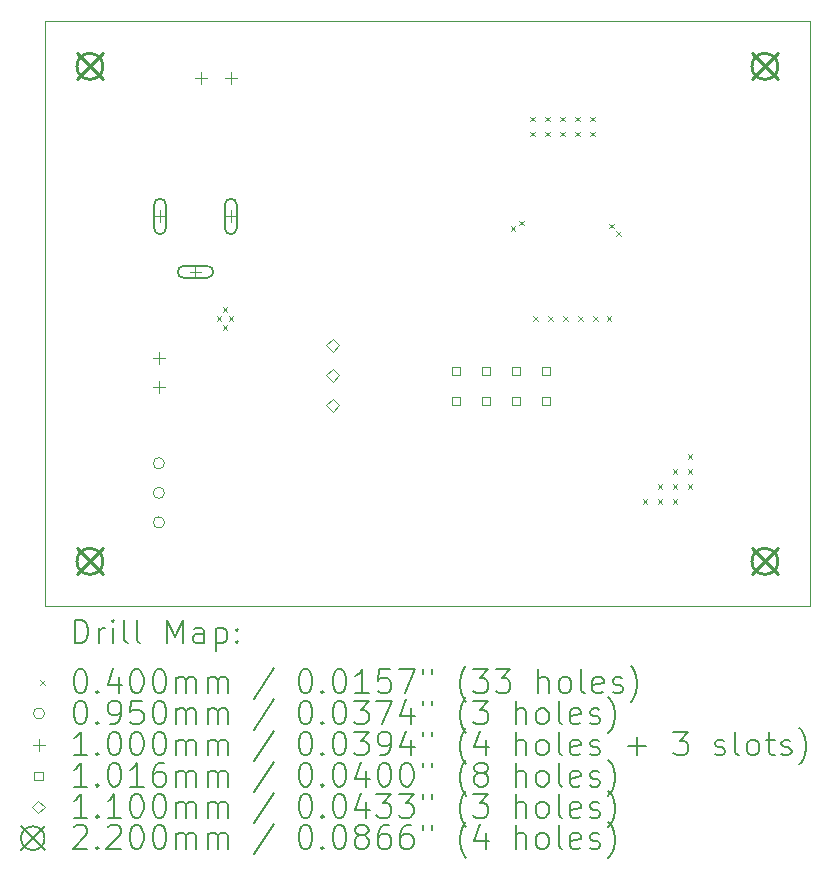
<source format=gbr>
%TF.GenerationSoftware,KiCad,Pcbnew,(6.0.7)*%
%TF.CreationDate,2022-09-15T17:32:33-05:00*%
%TF.ProjectId,Simplified01,53696d70-6c69-4666-9965-6430312e6b69,rev?*%
%TF.SameCoordinates,Original*%
%TF.FileFunction,Drillmap*%
%TF.FilePolarity,Positive*%
%FSLAX45Y45*%
G04 Gerber Fmt 4.5, Leading zero omitted, Abs format (unit mm)*
G04 Created by KiCad (PCBNEW (6.0.7)) date 2022-09-15 17:32:33*
%MOMM*%
%LPD*%
G01*
G04 APERTURE LIST*
%ADD10C,0.050000*%
%ADD11C,0.200000*%
%ADD12C,0.040000*%
%ADD13C,0.095000*%
%ADD14C,0.100000*%
%ADD15C,0.101600*%
%ADD16C,0.110000*%
%ADD17C,0.220000*%
G04 APERTURE END LIST*
D10*
X9969125Y-7038375D02*
X16446125Y-7038375D01*
X16446125Y-11991375D02*
X9969125Y-11991375D01*
X16446125Y-7038375D02*
X16446125Y-11991375D01*
X9969125Y-11991375D02*
X9969125Y-7038375D01*
D11*
D12*
X11422325Y-9532975D02*
X11462325Y-9572975D01*
X11462325Y-9532975D02*
X11422325Y-9572975D01*
X11473125Y-9456775D02*
X11513125Y-9496775D01*
X11513125Y-9456775D02*
X11473125Y-9496775D01*
X11473125Y-9609175D02*
X11513125Y-9649175D01*
X11513125Y-9609175D02*
X11473125Y-9649175D01*
X11523925Y-9532975D02*
X11563925Y-9572975D01*
X11563925Y-9532975D02*
X11523925Y-9572975D01*
X13911525Y-8770975D02*
X13951525Y-8810975D01*
X13951525Y-8770975D02*
X13911525Y-8810975D01*
X13983325Y-8724575D02*
X14023325Y-8764575D01*
X14023325Y-8724575D02*
X13983325Y-8764575D01*
X14076625Y-7843875D02*
X14116625Y-7883875D01*
X14116625Y-7843875D02*
X14076625Y-7883875D01*
X14076625Y-7970875D02*
X14116625Y-8010875D01*
X14116625Y-7970875D02*
X14076625Y-8010875D01*
X14102025Y-9532975D02*
X14142025Y-9572975D01*
X14142025Y-9532975D02*
X14102025Y-9572975D01*
X14203625Y-7843875D02*
X14243625Y-7883875D01*
X14243625Y-7843875D02*
X14203625Y-7883875D01*
X14203625Y-7970875D02*
X14243625Y-8010875D01*
X14243625Y-7970875D02*
X14203625Y-8010875D01*
X14229025Y-9532975D02*
X14269025Y-9572975D01*
X14269025Y-9532975D02*
X14229025Y-9572975D01*
X14330625Y-7843875D02*
X14370625Y-7883875D01*
X14370625Y-7843875D02*
X14330625Y-7883875D01*
X14330625Y-7970875D02*
X14370625Y-8010875D01*
X14370625Y-7970875D02*
X14330625Y-8010875D01*
X14356025Y-9532975D02*
X14396025Y-9572975D01*
X14396025Y-9532975D02*
X14356025Y-9572975D01*
X14457625Y-7843875D02*
X14497625Y-7883875D01*
X14497625Y-7843875D02*
X14457625Y-7883875D01*
X14457625Y-7970875D02*
X14497625Y-8010875D01*
X14497625Y-7970875D02*
X14457625Y-8010875D01*
X14483025Y-9532975D02*
X14523025Y-9572975D01*
X14523025Y-9532975D02*
X14483025Y-9572975D01*
X14584625Y-7843875D02*
X14624625Y-7883875D01*
X14624625Y-7843875D02*
X14584625Y-7883875D01*
X14584625Y-7970875D02*
X14624625Y-8010875D01*
X14624625Y-7970875D02*
X14584625Y-8010875D01*
X14610025Y-9532975D02*
X14650025Y-9572975D01*
X14650025Y-9532975D02*
X14610025Y-9572975D01*
X14724325Y-9532975D02*
X14764325Y-9572975D01*
X14764325Y-9532975D02*
X14724325Y-9572975D01*
X14744925Y-8750375D02*
X14784925Y-8790375D01*
X14784925Y-8750375D02*
X14744925Y-8790375D01*
X14808425Y-8813875D02*
X14848425Y-8853875D01*
X14848425Y-8813875D02*
X14808425Y-8853875D01*
X15029125Y-11082375D02*
X15069125Y-11122375D01*
X15069125Y-11082375D02*
X15029125Y-11122375D01*
X15156125Y-10955375D02*
X15196125Y-10995375D01*
X15196125Y-10955375D02*
X15156125Y-10995375D01*
X15156125Y-11082375D02*
X15196125Y-11122375D01*
X15196125Y-11082375D02*
X15156125Y-11122375D01*
X15283125Y-10828375D02*
X15323125Y-10868375D01*
X15323125Y-10828375D02*
X15283125Y-10868375D01*
X15283125Y-10955375D02*
X15323125Y-10995375D01*
X15323125Y-10955375D02*
X15283125Y-10995375D01*
X15283125Y-11082375D02*
X15323125Y-11122375D01*
X15323125Y-11082375D02*
X15283125Y-11122375D01*
X15410125Y-10701375D02*
X15450125Y-10741375D01*
X15450125Y-10701375D02*
X15410125Y-10741375D01*
X15410125Y-10828375D02*
X15450125Y-10868375D01*
X15450125Y-10828375D02*
X15410125Y-10868375D01*
X15410125Y-10955375D02*
X15450125Y-10995375D01*
X15450125Y-10955375D02*
X15410125Y-10995375D01*
D13*
X10981825Y-10780175D02*
G75*
G03*
X10981825Y-10780175I-47500J0D01*
G01*
X10981825Y-11030175D02*
G75*
G03*
X10981825Y-11030175I-47500J0D01*
G01*
X10981825Y-11280175D02*
G75*
G03*
X10981825Y-11280175I-47500J0D01*
G01*
D14*
X10934325Y-9837175D02*
X10934325Y-9937175D01*
X10884325Y-9887175D02*
X10984325Y-9887175D01*
X10934325Y-10087175D02*
X10934325Y-10187175D01*
X10884325Y-10137175D02*
X10984325Y-10137175D01*
X10943925Y-8639375D02*
X10943925Y-8739375D01*
X10893925Y-8689375D02*
X10993925Y-8689375D01*
D11*
X10893925Y-8589375D02*
X10893925Y-8789375D01*
X10993925Y-8589375D02*
X10993925Y-8789375D01*
X10893925Y-8789375D02*
G75*
G03*
X10993925Y-8789375I50000J0D01*
G01*
X10993925Y-8589375D02*
G75*
G03*
X10893925Y-8589375I-50000J0D01*
G01*
D14*
X11243925Y-9109375D02*
X11243925Y-9209375D01*
X11193925Y-9159375D02*
X11293925Y-9159375D01*
D11*
X11143925Y-9209375D02*
X11343925Y-9209375D01*
X11143925Y-9109375D02*
X11343925Y-9109375D01*
X11343925Y-9209375D02*
G75*
G03*
X11343925Y-9109375I0J50000D01*
G01*
X11143925Y-9109375D02*
G75*
G03*
X11143925Y-9209375I0J-50000D01*
G01*
D14*
X11293925Y-7470975D02*
X11293925Y-7570975D01*
X11243925Y-7520975D02*
X11343925Y-7520975D01*
X11543925Y-7470975D02*
X11543925Y-7570975D01*
X11493925Y-7520975D02*
X11593925Y-7520975D01*
X11543925Y-8639375D02*
X11543925Y-8739375D01*
X11493925Y-8689375D02*
X11593925Y-8689375D01*
D11*
X11493925Y-8589375D02*
X11493925Y-8789375D01*
X11593925Y-8589375D02*
X11593925Y-8789375D01*
X11493925Y-8789375D02*
G75*
G03*
X11593925Y-8789375I50000J0D01*
G01*
X11593925Y-8589375D02*
G75*
G03*
X11493925Y-8589375I-50000J0D01*
G01*
D15*
X13484846Y-10033397D02*
X13484846Y-9961554D01*
X13413004Y-9961554D01*
X13413004Y-10033397D01*
X13484846Y-10033397D01*
X13484846Y-10287397D02*
X13484846Y-10215554D01*
X13413004Y-10215554D01*
X13413004Y-10287397D01*
X13484846Y-10287397D01*
X13738846Y-10033397D02*
X13738846Y-9961554D01*
X13667004Y-9961554D01*
X13667004Y-10033397D01*
X13738846Y-10033397D01*
X13738846Y-10287397D02*
X13738846Y-10215554D01*
X13667004Y-10215554D01*
X13667004Y-10287397D01*
X13738846Y-10287397D01*
X13992846Y-10033397D02*
X13992846Y-9961554D01*
X13921004Y-9961554D01*
X13921004Y-10033397D01*
X13992846Y-10033397D01*
X13992846Y-10287397D02*
X13992846Y-10215554D01*
X13921004Y-10215554D01*
X13921004Y-10287397D01*
X13992846Y-10287397D01*
X14246846Y-10033397D02*
X14246846Y-9961554D01*
X14175004Y-9961554D01*
X14175004Y-10033397D01*
X14246846Y-10033397D01*
X14246846Y-10287397D02*
X14246846Y-10215554D01*
X14175004Y-10215554D01*
X14175004Y-10287397D01*
X14246846Y-10287397D01*
D16*
X12407525Y-9836575D02*
X12462525Y-9781575D01*
X12407525Y-9726575D01*
X12352525Y-9781575D01*
X12407525Y-9836575D01*
X12407525Y-10090575D02*
X12462525Y-10035575D01*
X12407525Y-9980575D01*
X12352525Y-10035575D01*
X12407525Y-10090575D01*
X12407525Y-10344575D02*
X12462525Y-10289575D01*
X12407525Y-10234575D01*
X12352525Y-10289575D01*
X12407525Y-10344575D01*
D17*
X10240125Y-7309375D02*
X10460125Y-7529375D01*
X10460125Y-7309375D02*
X10240125Y-7529375D01*
X10460125Y-7419375D02*
G75*
G03*
X10460125Y-7419375I-110000J0D01*
G01*
X10240125Y-11500375D02*
X10460125Y-11720375D01*
X10460125Y-11500375D02*
X10240125Y-11720375D01*
X10460125Y-11610375D02*
G75*
G03*
X10460125Y-11610375I-110000J0D01*
G01*
X15955125Y-7309375D02*
X16175125Y-7529375D01*
X16175125Y-7309375D02*
X15955125Y-7529375D01*
X16175125Y-7419375D02*
G75*
G03*
X16175125Y-7419375I-110000J0D01*
G01*
X15955125Y-11500375D02*
X16175125Y-11720375D01*
X16175125Y-11500375D02*
X15955125Y-11720375D01*
X16175125Y-11610375D02*
G75*
G03*
X16175125Y-11610375I-110000J0D01*
G01*
D11*
X10224244Y-12304351D02*
X10224244Y-12104351D01*
X10271863Y-12104351D01*
X10300435Y-12113875D01*
X10319482Y-12132923D01*
X10329006Y-12151970D01*
X10338530Y-12190065D01*
X10338530Y-12218637D01*
X10329006Y-12256732D01*
X10319482Y-12275780D01*
X10300435Y-12294827D01*
X10271863Y-12304351D01*
X10224244Y-12304351D01*
X10424244Y-12304351D02*
X10424244Y-12171018D01*
X10424244Y-12209113D02*
X10433768Y-12190065D01*
X10443292Y-12180542D01*
X10462339Y-12171018D01*
X10481387Y-12171018D01*
X10548054Y-12304351D02*
X10548054Y-12171018D01*
X10548054Y-12104351D02*
X10538530Y-12113875D01*
X10548054Y-12123399D01*
X10557577Y-12113875D01*
X10548054Y-12104351D01*
X10548054Y-12123399D01*
X10671863Y-12304351D02*
X10652816Y-12294827D01*
X10643292Y-12275780D01*
X10643292Y-12104351D01*
X10776625Y-12304351D02*
X10757577Y-12294827D01*
X10748054Y-12275780D01*
X10748054Y-12104351D01*
X11005197Y-12304351D02*
X11005197Y-12104351D01*
X11071863Y-12247208D01*
X11138530Y-12104351D01*
X11138530Y-12304351D01*
X11319482Y-12304351D02*
X11319482Y-12199589D01*
X11309958Y-12180542D01*
X11290911Y-12171018D01*
X11252815Y-12171018D01*
X11233768Y-12180542D01*
X11319482Y-12294827D02*
X11300435Y-12304351D01*
X11252815Y-12304351D01*
X11233768Y-12294827D01*
X11224244Y-12275780D01*
X11224244Y-12256732D01*
X11233768Y-12237685D01*
X11252815Y-12228161D01*
X11300435Y-12228161D01*
X11319482Y-12218637D01*
X11414720Y-12171018D02*
X11414720Y-12371018D01*
X11414720Y-12180542D02*
X11433768Y-12171018D01*
X11471863Y-12171018D01*
X11490911Y-12180542D01*
X11500435Y-12190065D01*
X11509958Y-12209113D01*
X11509958Y-12266256D01*
X11500435Y-12285304D01*
X11490911Y-12294827D01*
X11471863Y-12304351D01*
X11433768Y-12304351D01*
X11414720Y-12294827D01*
X11595673Y-12285304D02*
X11605196Y-12294827D01*
X11595673Y-12304351D01*
X11586149Y-12294827D01*
X11595673Y-12285304D01*
X11595673Y-12304351D01*
X11595673Y-12180542D02*
X11605196Y-12190065D01*
X11595673Y-12199589D01*
X11586149Y-12190065D01*
X11595673Y-12180542D01*
X11595673Y-12199589D01*
D12*
X9926625Y-12613875D02*
X9966625Y-12653875D01*
X9966625Y-12613875D02*
X9926625Y-12653875D01*
D11*
X10262339Y-12524351D02*
X10281387Y-12524351D01*
X10300435Y-12533875D01*
X10309958Y-12543399D01*
X10319482Y-12562446D01*
X10329006Y-12600542D01*
X10329006Y-12648161D01*
X10319482Y-12686256D01*
X10309958Y-12705304D01*
X10300435Y-12714827D01*
X10281387Y-12724351D01*
X10262339Y-12724351D01*
X10243292Y-12714827D01*
X10233768Y-12705304D01*
X10224244Y-12686256D01*
X10214720Y-12648161D01*
X10214720Y-12600542D01*
X10224244Y-12562446D01*
X10233768Y-12543399D01*
X10243292Y-12533875D01*
X10262339Y-12524351D01*
X10414720Y-12705304D02*
X10424244Y-12714827D01*
X10414720Y-12724351D01*
X10405197Y-12714827D01*
X10414720Y-12705304D01*
X10414720Y-12724351D01*
X10595673Y-12591018D02*
X10595673Y-12724351D01*
X10548054Y-12514827D02*
X10500435Y-12657685D01*
X10624244Y-12657685D01*
X10738530Y-12524351D02*
X10757577Y-12524351D01*
X10776625Y-12533875D01*
X10786149Y-12543399D01*
X10795673Y-12562446D01*
X10805197Y-12600542D01*
X10805197Y-12648161D01*
X10795673Y-12686256D01*
X10786149Y-12705304D01*
X10776625Y-12714827D01*
X10757577Y-12724351D01*
X10738530Y-12724351D01*
X10719482Y-12714827D01*
X10709958Y-12705304D01*
X10700435Y-12686256D01*
X10690911Y-12648161D01*
X10690911Y-12600542D01*
X10700435Y-12562446D01*
X10709958Y-12543399D01*
X10719482Y-12533875D01*
X10738530Y-12524351D01*
X10929006Y-12524351D02*
X10948054Y-12524351D01*
X10967101Y-12533875D01*
X10976625Y-12543399D01*
X10986149Y-12562446D01*
X10995673Y-12600542D01*
X10995673Y-12648161D01*
X10986149Y-12686256D01*
X10976625Y-12705304D01*
X10967101Y-12714827D01*
X10948054Y-12724351D01*
X10929006Y-12724351D01*
X10909958Y-12714827D01*
X10900435Y-12705304D01*
X10890911Y-12686256D01*
X10881387Y-12648161D01*
X10881387Y-12600542D01*
X10890911Y-12562446D01*
X10900435Y-12543399D01*
X10909958Y-12533875D01*
X10929006Y-12524351D01*
X11081387Y-12724351D02*
X11081387Y-12591018D01*
X11081387Y-12610065D02*
X11090911Y-12600542D01*
X11109958Y-12591018D01*
X11138530Y-12591018D01*
X11157577Y-12600542D01*
X11167101Y-12619589D01*
X11167101Y-12724351D01*
X11167101Y-12619589D02*
X11176625Y-12600542D01*
X11195673Y-12591018D01*
X11224244Y-12591018D01*
X11243292Y-12600542D01*
X11252815Y-12619589D01*
X11252815Y-12724351D01*
X11348054Y-12724351D02*
X11348054Y-12591018D01*
X11348054Y-12610065D02*
X11357577Y-12600542D01*
X11376625Y-12591018D01*
X11405196Y-12591018D01*
X11424244Y-12600542D01*
X11433768Y-12619589D01*
X11433768Y-12724351D01*
X11433768Y-12619589D02*
X11443292Y-12600542D01*
X11462339Y-12591018D01*
X11490911Y-12591018D01*
X11509958Y-12600542D01*
X11519482Y-12619589D01*
X11519482Y-12724351D01*
X11909958Y-12514827D02*
X11738530Y-12771970D01*
X12167101Y-12524351D02*
X12186149Y-12524351D01*
X12205196Y-12533875D01*
X12214720Y-12543399D01*
X12224244Y-12562446D01*
X12233768Y-12600542D01*
X12233768Y-12648161D01*
X12224244Y-12686256D01*
X12214720Y-12705304D01*
X12205196Y-12714827D01*
X12186149Y-12724351D01*
X12167101Y-12724351D01*
X12148054Y-12714827D01*
X12138530Y-12705304D01*
X12129006Y-12686256D01*
X12119482Y-12648161D01*
X12119482Y-12600542D01*
X12129006Y-12562446D01*
X12138530Y-12543399D01*
X12148054Y-12533875D01*
X12167101Y-12524351D01*
X12319482Y-12705304D02*
X12329006Y-12714827D01*
X12319482Y-12724351D01*
X12309958Y-12714827D01*
X12319482Y-12705304D01*
X12319482Y-12724351D01*
X12452815Y-12524351D02*
X12471863Y-12524351D01*
X12490911Y-12533875D01*
X12500435Y-12543399D01*
X12509958Y-12562446D01*
X12519482Y-12600542D01*
X12519482Y-12648161D01*
X12509958Y-12686256D01*
X12500435Y-12705304D01*
X12490911Y-12714827D01*
X12471863Y-12724351D01*
X12452815Y-12724351D01*
X12433768Y-12714827D01*
X12424244Y-12705304D01*
X12414720Y-12686256D01*
X12405196Y-12648161D01*
X12405196Y-12600542D01*
X12414720Y-12562446D01*
X12424244Y-12543399D01*
X12433768Y-12533875D01*
X12452815Y-12524351D01*
X12709958Y-12724351D02*
X12595673Y-12724351D01*
X12652815Y-12724351D02*
X12652815Y-12524351D01*
X12633768Y-12552923D01*
X12614720Y-12571970D01*
X12595673Y-12581494D01*
X12890911Y-12524351D02*
X12795673Y-12524351D01*
X12786149Y-12619589D01*
X12795673Y-12610065D01*
X12814720Y-12600542D01*
X12862339Y-12600542D01*
X12881387Y-12610065D01*
X12890911Y-12619589D01*
X12900435Y-12638637D01*
X12900435Y-12686256D01*
X12890911Y-12705304D01*
X12881387Y-12714827D01*
X12862339Y-12724351D01*
X12814720Y-12724351D01*
X12795673Y-12714827D01*
X12786149Y-12705304D01*
X12967101Y-12524351D02*
X13100435Y-12524351D01*
X13014720Y-12724351D01*
X13167101Y-12524351D02*
X13167101Y-12562446D01*
X13243292Y-12524351D02*
X13243292Y-12562446D01*
X13538530Y-12800542D02*
X13529006Y-12791018D01*
X13509958Y-12762446D01*
X13500435Y-12743399D01*
X13490911Y-12714827D01*
X13481387Y-12667208D01*
X13481387Y-12629113D01*
X13490911Y-12581494D01*
X13500435Y-12552923D01*
X13509958Y-12533875D01*
X13529006Y-12505304D01*
X13538530Y-12495780D01*
X13595673Y-12524351D02*
X13719482Y-12524351D01*
X13652815Y-12600542D01*
X13681387Y-12600542D01*
X13700435Y-12610065D01*
X13709958Y-12619589D01*
X13719482Y-12638637D01*
X13719482Y-12686256D01*
X13709958Y-12705304D01*
X13700435Y-12714827D01*
X13681387Y-12724351D01*
X13624244Y-12724351D01*
X13605196Y-12714827D01*
X13595673Y-12705304D01*
X13786149Y-12524351D02*
X13909958Y-12524351D01*
X13843292Y-12600542D01*
X13871863Y-12600542D01*
X13890911Y-12610065D01*
X13900435Y-12619589D01*
X13909958Y-12638637D01*
X13909958Y-12686256D01*
X13900435Y-12705304D01*
X13890911Y-12714827D01*
X13871863Y-12724351D01*
X13814720Y-12724351D01*
X13795673Y-12714827D01*
X13786149Y-12705304D01*
X14148054Y-12724351D02*
X14148054Y-12524351D01*
X14233768Y-12724351D02*
X14233768Y-12619589D01*
X14224244Y-12600542D01*
X14205196Y-12591018D01*
X14176625Y-12591018D01*
X14157577Y-12600542D01*
X14148054Y-12610065D01*
X14357577Y-12724351D02*
X14338530Y-12714827D01*
X14329006Y-12705304D01*
X14319482Y-12686256D01*
X14319482Y-12629113D01*
X14329006Y-12610065D01*
X14338530Y-12600542D01*
X14357577Y-12591018D01*
X14386149Y-12591018D01*
X14405196Y-12600542D01*
X14414720Y-12610065D01*
X14424244Y-12629113D01*
X14424244Y-12686256D01*
X14414720Y-12705304D01*
X14405196Y-12714827D01*
X14386149Y-12724351D01*
X14357577Y-12724351D01*
X14538530Y-12724351D02*
X14519482Y-12714827D01*
X14509958Y-12695780D01*
X14509958Y-12524351D01*
X14690911Y-12714827D02*
X14671863Y-12724351D01*
X14633768Y-12724351D01*
X14614720Y-12714827D01*
X14605196Y-12695780D01*
X14605196Y-12619589D01*
X14614720Y-12600542D01*
X14633768Y-12591018D01*
X14671863Y-12591018D01*
X14690911Y-12600542D01*
X14700435Y-12619589D01*
X14700435Y-12638637D01*
X14605196Y-12657685D01*
X14776625Y-12714827D02*
X14795673Y-12724351D01*
X14833768Y-12724351D01*
X14852815Y-12714827D01*
X14862339Y-12695780D01*
X14862339Y-12686256D01*
X14852815Y-12667208D01*
X14833768Y-12657685D01*
X14805196Y-12657685D01*
X14786149Y-12648161D01*
X14776625Y-12629113D01*
X14776625Y-12619589D01*
X14786149Y-12600542D01*
X14805196Y-12591018D01*
X14833768Y-12591018D01*
X14852815Y-12600542D01*
X14929006Y-12800542D02*
X14938530Y-12791018D01*
X14957577Y-12762446D01*
X14967101Y-12743399D01*
X14976625Y-12714827D01*
X14986149Y-12667208D01*
X14986149Y-12629113D01*
X14976625Y-12581494D01*
X14967101Y-12552923D01*
X14957577Y-12533875D01*
X14938530Y-12505304D01*
X14929006Y-12495780D01*
D13*
X9966625Y-12897875D02*
G75*
G03*
X9966625Y-12897875I-47500J0D01*
G01*
D11*
X10262339Y-12788351D02*
X10281387Y-12788351D01*
X10300435Y-12797875D01*
X10309958Y-12807399D01*
X10319482Y-12826446D01*
X10329006Y-12864542D01*
X10329006Y-12912161D01*
X10319482Y-12950256D01*
X10309958Y-12969304D01*
X10300435Y-12978827D01*
X10281387Y-12988351D01*
X10262339Y-12988351D01*
X10243292Y-12978827D01*
X10233768Y-12969304D01*
X10224244Y-12950256D01*
X10214720Y-12912161D01*
X10214720Y-12864542D01*
X10224244Y-12826446D01*
X10233768Y-12807399D01*
X10243292Y-12797875D01*
X10262339Y-12788351D01*
X10414720Y-12969304D02*
X10424244Y-12978827D01*
X10414720Y-12988351D01*
X10405197Y-12978827D01*
X10414720Y-12969304D01*
X10414720Y-12988351D01*
X10519482Y-12988351D02*
X10557577Y-12988351D01*
X10576625Y-12978827D01*
X10586149Y-12969304D01*
X10605197Y-12940732D01*
X10614720Y-12902637D01*
X10614720Y-12826446D01*
X10605197Y-12807399D01*
X10595673Y-12797875D01*
X10576625Y-12788351D01*
X10538530Y-12788351D01*
X10519482Y-12797875D01*
X10509958Y-12807399D01*
X10500435Y-12826446D01*
X10500435Y-12874065D01*
X10509958Y-12893113D01*
X10519482Y-12902637D01*
X10538530Y-12912161D01*
X10576625Y-12912161D01*
X10595673Y-12902637D01*
X10605197Y-12893113D01*
X10614720Y-12874065D01*
X10795673Y-12788351D02*
X10700435Y-12788351D01*
X10690911Y-12883589D01*
X10700435Y-12874065D01*
X10719482Y-12864542D01*
X10767101Y-12864542D01*
X10786149Y-12874065D01*
X10795673Y-12883589D01*
X10805197Y-12902637D01*
X10805197Y-12950256D01*
X10795673Y-12969304D01*
X10786149Y-12978827D01*
X10767101Y-12988351D01*
X10719482Y-12988351D01*
X10700435Y-12978827D01*
X10690911Y-12969304D01*
X10929006Y-12788351D02*
X10948054Y-12788351D01*
X10967101Y-12797875D01*
X10976625Y-12807399D01*
X10986149Y-12826446D01*
X10995673Y-12864542D01*
X10995673Y-12912161D01*
X10986149Y-12950256D01*
X10976625Y-12969304D01*
X10967101Y-12978827D01*
X10948054Y-12988351D01*
X10929006Y-12988351D01*
X10909958Y-12978827D01*
X10900435Y-12969304D01*
X10890911Y-12950256D01*
X10881387Y-12912161D01*
X10881387Y-12864542D01*
X10890911Y-12826446D01*
X10900435Y-12807399D01*
X10909958Y-12797875D01*
X10929006Y-12788351D01*
X11081387Y-12988351D02*
X11081387Y-12855018D01*
X11081387Y-12874065D02*
X11090911Y-12864542D01*
X11109958Y-12855018D01*
X11138530Y-12855018D01*
X11157577Y-12864542D01*
X11167101Y-12883589D01*
X11167101Y-12988351D01*
X11167101Y-12883589D02*
X11176625Y-12864542D01*
X11195673Y-12855018D01*
X11224244Y-12855018D01*
X11243292Y-12864542D01*
X11252815Y-12883589D01*
X11252815Y-12988351D01*
X11348054Y-12988351D02*
X11348054Y-12855018D01*
X11348054Y-12874065D02*
X11357577Y-12864542D01*
X11376625Y-12855018D01*
X11405196Y-12855018D01*
X11424244Y-12864542D01*
X11433768Y-12883589D01*
X11433768Y-12988351D01*
X11433768Y-12883589D02*
X11443292Y-12864542D01*
X11462339Y-12855018D01*
X11490911Y-12855018D01*
X11509958Y-12864542D01*
X11519482Y-12883589D01*
X11519482Y-12988351D01*
X11909958Y-12778827D02*
X11738530Y-13035970D01*
X12167101Y-12788351D02*
X12186149Y-12788351D01*
X12205196Y-12797875D01*
X12214720Y-12807399D01*
X12224244Y-12826446D01*
X12233768Y-12864542D01*
X12233768Y-12912161D01*
X12224244Y-12950256D01*
X12214720Y-12969304D01*
X12205196Y-12978827D01*
X12186149Y-12988351D01*
X12167101Y-12988351D01*
X12148054Y-12978827D01*
X12138530Y-12969304D01*
X12129006Y-12950256D01*
X12119482Y-12912161D01*
X12119482Y-12864542D01*
X12129006Y-12826446D01*
X12138530Y-12807399D01*
X12148054Y-12797875D01*
X12167101Y-12788351D01*
X12319482Y-12969304D02*
X12329006Y-12978827D01*
X12319482Y-12988351D01*
X12309958Y-12978827D01*
X12319482Y-12969304D01*
X12319482Y-12988351D01*
X12452815Y-12788351D02*
X12471863Y-12788351D01*
X12490911Y-12797875D01*
X12500435Y-12807399D01*
X12509958Y-12826446D01*
X12519482Y-12864542D01*
X12519482Y-12912161D01*
X12509958Y-12950256D01*
X12500435Y-12969304D01*
X12490911Y-12978827D01*
X12471863Y-12988351D01*
X12452815Y-12988351D01*
X12433768Y-12978827D01*
X12424244Y-12969304D01*
X12414720Y-12950256D01*
X12405196Y-12912161D01*
X12405196Y-12864542D01*
X12414720Y-12826446D01*
X12424244Y-12807399D01*
X12433768Y-12797875D01*
X12452815Y-12788351D01*
X12586149Y-12788351D02*
X12709958Y-12788351D01*
X12643292Y-12864542D01*
X12671863Y-12864542D01*
X12690911Y-12874065D01*
X12700435Y-12883589D01*
X12709958Y-12902637D01*
X12709958Y-12950256D01*
X12700435Y-12969304D01*
X12690911Y-12978827D01*
X12671863Y-12988351D01*
X12614720Y-12988351D01*
X12595673Y-12978827D01*
X12586149Y-12969304D01*
X12776625Y-12788351D02*
X12909958Y-12788351D01*
X12824244Y-12988351D01*
X13071863Y-12855018D02*
X13071863Y-12988351D01*
X13024244Y-12778827D02*
X12976625Y-12921685D01*
X13100435Y-12921685D01*
X13167101Y-12788351D02*
X13167101Y-12826446D01*
X13243292Y-12788351D02*
X13243292Y-12826446D01*
X13538530Y-13064542D02*
X13529006Y-13055018D01*
X13509958Y-13026446D01*
X13500435Y-13007399D01*
X13490911Y-12978827D01*
X13481387Y-12931208D01*
X13481387Y-12893113D01*
X13490911Y-12845494D01*
X13500435Y-12816923D01*
X13509958Y-12797875D01*
X13529006Y-12769304D01*
X13538530Y-12759780D01*
X13595673Y-12788351D02*
X13719482Y-12788351D01*
X13652815Y-12864542D01*
X13681387Y-12864542D01*
X13700435Y-12874065D01*
X13709958Y-12883589D01*
X13719482Y-12902637D01*
X13719482Y-12950256D01*
X13709958Y-12969304D01*
X13700435Y-12978827D01*
X13681387Y-12988351D01*
X13624244Y-12988351D01*
X13605196Y-12978827D01*
X13595673Y-12969304D01*
X13957577Y-12988351D02*
X13957577Y-12788351D01*
X14043292Y-12988351D02*
X14043292Y-12883589D01*
X14033768Y-12864542D01*
X14014720Y-12855018D01*
X13986149Y-12855018D01*
X13967101Y-12864542D01*
X13957577Y-12874065D01*
X14167101Y-12988351D02*
X14148054Y-12978827D01*
X14138530Y-12969304D01*
X14129006Y-12950256D01*
X14129006Y-12893113D01*
X14138530Y-12874065D01*
X14148054Y-12864542D01*
X14167101Y-12855018D01*
X14195673Y-12855018D01*
X14214720Y-12864542D01*
X14224244Y-12874065D01*
X14233768Y-12893113D01*
X14233768Y-12950256D01*
X14224244Y-12969304D01*
X14214720Y-12978827D01*
X14195673Y-12988351D01*
X14167101Y-12988351D01*
X14348054Y-12988351D02*
X14329006Y-12978827D01*
X14319482Y-12959780D01*
X14319482Y-12788351D01*
X14500435Y-12978827D02*
X14481387Y-12988351D01*
X14443292Y-12988351D01*
X14424244Y-12978827D01*
X14414720Y-12959780D01*
X14414720Y-12883589D01*
X14424244Y-12864542D01*
X14443292Y-12855018D01*
X14481387Y-12855018D01*
X14500435Y-12864542D01*
X14509958Y-12883589D01*
X14509958Y-12902637D01*
X14414720Y-12921685D01*
X14586149Y-12978827D02*
X14605196Y-12988351D01*
X14643292Y-12988351D01*
X14662339Y-12978827D01*
X14671863Y-12959780D01*
X14671863Y-12950256D01*
X14662339Y-12931208D01*
X14643292Y-12921685D01*
X14614720Y-12921685D01*
X14595673Y-12912161D01*
X14586149Y-12893113D01*
X14586149Y-12883589D01*
X14595673Y-12864542D01*
X14614720Y-12855018D01*
X14643292Y-12855018D01*
X14662339Y-12864542D01*
X14738530Y-13064542D02*
X14748054Y-13055018D01*
X14767101Y-13026446D01*
X14776625Y-13007399D01*
X14786149Y-12978827D01*
X14795673Y-12931208D01*
X14795673Y-12893113D01*
X14786149Y-12845494D01*
X14776625Y-12816923D01*
X14767101Y-12797875D01*
X14748054Y-12769304D01*
X14738530Y-12759780D01*
D14*
X9916625Y-13111875D02*
X9916625Y-13211875D01*
X9866625Y-13161875D02*
X9966625Y-13161875D01*
D11*
X10329006Y-13252351D02*
X10214720Y-13252351D01*
X10271863Y-13252351D02*
X10271863Y-13052351D01*
X10252816Y-13080923D01*
X10233768Y-13099970D01*
X10214720Y-13109494D01*
X10414720Y-13233304D02*
X10424244Y-13242827D01*
X10414720Y-13252351D01*
X10405197Y-13242827D01*
X10414720Y-13233304D01*
X10414720Y-13252351D01*
X10548054Y-13052351D02*
X10567101Y-13052351D01*
X10586149Y-13061875D01*
X10595673Y-13071399D01*
X10605197Y-13090446D01*
X10614720Y-13128542D01*
X10614720Y-13176161D01*
X10605197Y-13214256D01*
X10595673Y-13233304D01*
X10586149Y-13242827D01*
X10567101Y-13252351D01*
X10548054Y-13252351D01*
X10529006Y-13242827D01*
X10519482Y-13233304D01*
X10509958Y-13214256D01*
X10500435Y-13176161D01*
X10500435Y-13128542D01*
X10509958Y-13090446D01*
X10519482Y-13071399D01*
X10529006Y-13061875D01*
X10548054Y-13052351D01*
X10738530Y-13052351D02*
X10757577Y-13052351D01*
X10776625Y-13061875D01*
X10786149Y-13071399D01*
X10795673Y-13090446D01*
X10805197Y-13128542D01*
X10805197Y-13176161D01*
X10795673Y-13214256D01*
X10786149Y-13233304D01*
X10776625Y-13242827D01*
X10757577Y-13252351D01*
X10738530Y-13252351D01*
X10719482Y-13242827D01*
X10709958Y-13233304D01*
X10700435Y-13214256D01*
X10690911Y-13176161D01*
X10690911Y-13128542D01*
X10700435Y-13090446D01*
X10709958Y-13071399D01*
X10719482Y-13061875D01*
X10738530Y-13052351D01*
X10929006Y-13052351D02*
X10948054Y-13052351D01*
X10967101Y-13061875D01*
X10976625Y-13071399D01*
X10986149Y-13090446D01*
X10995673Y-13128542D01*
X10995673Y-13176161D01*
X10986149Y-13214256D01*
X10976625Y-13233304D01*
X10967101Y-13242827D01*
X10948054Y-13252351D01*
X10929006Y-13252351D01*
X10909958Y-13242827D01*
X10900435Y-13233304D01*
X10890911Y-13214256D01*
X10881387Y-13176161D01*
X10881387Y-13128542D01*
X10890911Y-13090446D01*
X10900435Y-13071399D01*
X10909958Y-13061875D01*
X10929006Y-13052351D01*
X11081387Y-13252351D02*
X11081387Y-13119018D01*
X11081387Y-13138065D02*
X11090911Y-13128542D01*
X11109958Y-13119018D01*
X11138530Y-13119018D01*
X11157577Y-13128542D01*
X11167101Y-13147589D01*
X11167101Y-13252351D01*
X11167101Y-13147589D02*
X11176625Y-13128542D01*
X11195673Y-13119018D01*
X11224244Y-13119018D01*
X11243292Y-13128542D01*
X11252815Y-13147589D01*
X11252815Y-13252351D01*
X11348054Y-13252351D02*
X11348054Y-13119018D01*
X11348054Y-13138065D02*
X11357577Y-13128542D01*
X11376625Y-13119018D01*
X11405196Y-13119018D01*
X11424244Y-13128542D01*
X11433768Y-13147589D01*
X11433768Y-13252351D01*
X11433768Y-13147589D02*
X11443292Y-13128542D01*
X11462339Y-13119018D01*
X11490911Y-13119018D01*
X11509958Y-13128542D01*
X11519482Y-13147589D01*
X11519482Y-13252351D01*
X11909958Y-13042827D02*
X11738530Y-13299970D01*
X12167101Y-13052351D02*
X12186149Y-13052351D01*
X12205196Y-13061875D01*
X12214720Y-13071399D01*
X12224244Y-13090446D01*
X12233768Y-13128542D01*
X12233768Y-13176161D01*
X12224244Y-13214256D01*
X12214720Y-13233304D01*
X12205196Y-13242827D01*
X12186149Y-13252351D01*
X12167101Y-13252351D01*
X12148054Y-13242827D01*
X12138530Y-13233304D01*
X12129006Y-13214256D01*
X12119482Y-13176161D01*
X12119482Y-13128542D01*
X12129006Y-13090446D01*
X12138530Y-13071399D01*
X12148054Y-13061875D01*
X12167101Y-13052351D01*
X12319482Y-13233304D02*
X12329006Y-13242827D01*
X12319482Y-13252351D01*
X12309958Y-13242827D01*
X12319482Y-13233304D01*
X12319482Y-13252351D01*
X12452815Y-13052351D02*
X12471863Y-13052351D01*
X12490911Y-13061875D01*
X12500435Y-13071399D01*
X12509958Y-13090446D01*
X12519482Y-13128542D01*
X12519482Y-13176161D01*
X12509958Y-13214256D01*
X12500435Y-13233304D01*
X12490911Y-13242827D01*
X12471863Y-13252351D01*
X12452815Y-13252351D01*
X12433768Y-13242827D01*
X12424244Y-13233304D01*
X12414720Y-13214256D01*
X12405196Y-13176161D01*
X12405196Y-13128542D01*
X12414720Y-13090446D01*
X12424244Y-13071399D01*
X12433768Y-13061875D01*
X12452815Y-13052351D01*
X12586149Y-13052351D02*
X12709958Y-13052351D01*
X12643292Y-13128542D01*
X12671863Y-13128542D01*
X12690911Y-13138065D01*
X12700435Y-13147589D01*
X12709958Y-13166637D01*
X12709958Y-13214256D01*
X12700435Y-13233304D01*
X12690911Y-13242827D01*
X12671863Y-13252351D01*
X12614720Y-13252351D01*
X12595673Y-13242827D01*
X12586149Y-13233304D01*
X12805196Y-13252351D02*
X12843292Y-13252351D01*
X12862339Y-13242827D01*
X12871863Y-13233304D01*
X12890911Y-13204732D01*
X12900435Y-13166637D01*
X12900435Y-13090446D01*
X12890911Y-13071399D01*
X12881387Y-13061875D01*
X12862339Y-13052351D01*
X12824244Y-13052351D01*
X12805196Y-13061875D01*
X12795673Y-13071399D01*
X12786149Y-13090446D01*
X12786149Y-13138065D01*
X12795673Y-13157113D01*
X12805196Y-13166637D01*
X12824244Y-13176161D01*
X12862339Y-13176161D01*
X12881387Y-13166637D01*
X12890911Y-13157113D01*
X12900435Y-13138065D01*
X13071863Y-13119018D02*
X13071863Y-13252351D01*
X13024244Y-13042827D02*
X12976625Y-13185685D01*
X13100435Y-13185685D01*
X13167101Y-13052351D02*
X13167101Y-13090446D01*
X13243292Y-13052351D02*
X13243292Y-13090446D01*
X13538530Y-13328542D02*
X13529006Y-13319018D01*
X13509958Y-13290446D01*
X13500435Y-13271399D01*
X13490911Y-13242827D01*
X13481387Y-13195208D01*
X13481387Y-13157113D01*
X13490911Y-13109494D01*
X13500435Y-13080923D01*
X13509958Y-13061875D01*
X13529006Y-13033304D01*
X13538530Y-13023780D01*
X13700435Y-13119018D02*
X13700435Y-13252351D01*
X13652815Y-13042827D02*
X13605196Y-13185685D01*
X13729006Y-13185685D01*
X13957577Y-13252351D02*
X13957577Y-13052351D01*
X14043292Y-13252351D02*
X14043292Y-13147589D01*
X14033768Y-13128542D01*
X14014720Y-13119018D01*
X13986149Y-13119018D01*
X13967101Y-13128542D01*
X13957577Y-13138065D01*
X14167101Y-13252351D02*
X14148054Y-13242827D01*
X14138530Y-13233304D01*
X14129006Y-13214256D01*
X14129006Y-13157113D01*
X14138530Y-13138065D01*
X14148054Y-13128542D01*
X14167101Y-13119018D01*
X14195673Y-13119018D01*
X14214720Y-13128542D01*
X14224244Y-13138065D01*
X14233768Y-13157113D01*
X14233768Y-13214256D01*
X14224244Y-13233304D01*
X14214720Y-13242827D01*
X14195673Y-13252351D01*
X14167101Y-13252351D01*
X14348054Y-13252351D02*
X14329006Y-13242827D01*
X14319482Y-13223780D01*
X14319482Y-13052351D01*
X14500435Y-13242827D02*
X14481387Y-13252351D01*
X14443292Y-13252351D01*
X14424244Y-13242827D01*
X14414720Y-13223780D01*
X14414720Y-13147589D01*
X14424244Y-13128542D01*
X14443292Y-13119018D01*
X14481387Y-13119018D01*
X14500435Y-13128542D01*
X14509958Y-13147589D01*
X14509958Y-13166637D01*
X14414720Y-13185685D01*
X14586149Y-13242827D02*
X14605196Y-13252351D01*
X14643292Y-13252351D01*
X14662339Y-13242827D01*
X14671863Y-13223780D01*
X14671863Y-13214256D01*
X14662339Y-13195208D01*
X14643292Y-13185685D01*
X14614720Y-13185685D01*
X14595673Y-13176161D01*
X14586149Y-13157113D01*
X14586149Y-13147589D01*
X14595673Y-13128542D01*
X14614720Y-13119018D01*
X14643292Y-13119018D01*
X14662339Y-13128542D01*
X14909958Y-13176161D02*
X15062339Y-13176161D01*
X14986149Y-13252351D02*
X14986149Y-13099970D01*
X15290911Y-13052351D02*
X15414720Y-13052351D01*
X15348054Y-13128542D01*
X15376625Y-13128542D01*
X15395673Y-13138065D01*
X15405196Y-13147589D01*
X15414720Y-13166637D01*
X15414720Y-13214256D01*
X15405196Y-13233304D01*
X15395673Y-13242827D01*
X15376625Y-13252351D01*
X15319482Y-13252351D01*
X15300435Y-13242827D01*
X15290911Y-13233304D01*
X15643292Y-13242827D02*
X15662339Y-13252351D01*
X15700435Y-13252351D01*
X15719482Y-13242827D01*
X15729006Y-13223780D01*
X15729006Y-13214256D01*
X15719482Y-13195208D01*
X15700435Y-13185685D01*
X15671863Y-13185685D01*
X15652815Y-13176161D01*
X15643292Y-13157113D01*
X15643292Y-13147589D01*
X15652815Y-13128542D01*
X15671863Y-13119018D01*
X15700435Y-13119018D01*
X15719482Y-13128542D01*
X15843292Y-13252351D02*
X15824244Y-13242827D01*
X15814720Y-13223780D01*
X15814720Y-13052351D01*
X15948054Y-13252351D02*
X15929006Y-13242827D01*
X15919482Y-13233304D01*
X15909958Y-13214256D01*
X15909958Y-13157113D01*
X15919482Y-13138065D01*
X15929006Y-13128542D01*
X15948054Y-13119018D01*
X15976625Y-13119018D01*
X15995673Y-13128542D01*
X16005196Y-13138065D01*
X16014720Y-13157113D01*
X16014720Y-13214256D01*
X16005196Y-13233304D01*
X15995673Y-13242827D01*
X15976625Y-13252351D01*
X15948054Y-13252351D01*
X16071863Y-13119018D02*
X16148054Y-13119018D01*
X16100435Y-13052351D02*
X16100435Y-13223780D01*
X16109958Y-13242827D01*
X16129006Y-13252351D01*
X16148054Y-13252351D01*
X16205196Y-13242827D02*
X16224244Y-13252351D01*
X16262339Y-13252351D01*
X16281387Y-13242827D01*
X16290911Y-13223780D01*
X16290911Y-13214256D01*
X16281387Y-13195208D01*
X16262339Y-13185685D01*
X16233768Y-13185685D01*
X16214720Y-13176161D01*
X16205196Y-13157113D01*
X16205196Y-13147589D01*
X16214720Y-13128542D01*
X16233768Y-13119018D01*
X16262339Y-13119018D01*
X16281387Y-13128542D01*
X16357577Y-13328542D02*
X16367101Y-13319018D01*
X16386149Y-13290446D01*
X16395673Y-13271399D01*
X16405196Y-13242827D01*
X16414720Y-13195208D01*
X16414720Y-13157113D01*
X16405196Y-13109494D01*
X16395673Y-13080923D01*
X16386149Y-13061875D01*
X16367101Y-13033304D01*
X16357577Y-13023780D01*
D15*
X9951747Y-13461796D02*
X9951747Y-13389954D01*
X9879904Y-13389954D01*
X9879904Y-13461796D01*
X9951747Y-13461796D01*
D11*
X10329006Y-13516351D02*
X10214720Y-13516351D01*
X10271863Y-13516351D02*
X10271863Y-13316351D01*
X10252816Y-13344923D01*
X10233768Y-13363970D01*
X10214720Y-13373494D01*
X10414720Y-13497304D02*
X10424244Y-13506827D01*
X10414720Y-13516351D01*
X10405197Y-13506827D01*
X10414720Y-13497304D01*
X10414720Y-13516351D01*
X10548054Y-13316351D02*
X10567101Y-13316351D01*
X10586149Y-13325875D01*
X10595673Y-13335399D01*
X10605197Y-13354446D01*
X10614720Y-13392542D01*
X10614720Y-13440161D01*
X10605197Y-13478256D01*
X10595673Y-13497304D01*
X10586149Y-13506827D01*
X10567101Y-13516351D01*
X10548054Y-13516351D01*
X10529006Y-13506827D01*
X10519482Y-13497304D01*
X10509958Y-13478256D01*
X10500435Y-13440161D01*
X10500435Y-13392542D01*
X10509958Y-13354446D01*
X10519482Y-13335399D01*
X10529006Y-13325875D01*
X10548054Y-13316351D01*
X10805197Y-13516351D02*
X10690911Y-13516351D01*
X10748054Y-13516351D02*
X10748054Y-13316351D01*
X10729006Y-13344923D01*
X10709958Y-13363970D01*
X10690911Y-13373494D01*
X10976625Y-13316351D02*
X10938530Y-13316351D01*
X10919482Y-13325875D01*
X10909958Y-13335399D01*
X10890911Y-13363970D01*
X10881387Y-13402065D01*
X10881387Y-13478256D01*
X10890911Y-13497304D01*
X10900435Y-13506827D01*
X10919482Y-13516351D01*
X10957577Y-13516351D01*
X10976625Y-13506827D01*
X10986149Y-13497304D01*
X10995673Y-13478256D01*
X10995673Y-13430637D01*
X10986149Y-13411589D01*
X10976625Y-13402065D01*
X10957577Y-13392542D01*
X10919482Y-13392542D01*
X10900435Y-13402065D01*
X10890911Y-13411589D01*
X10881387Y-13430637D01*
X11081387Y-13516351D02*
X11081387Y-13383018D01*
X11081387Y-13402065D02*
X11090911Y-13392542D01*
X11109958Y-13383018D01*
X11138530Y-13383018D01*
X11157577Y-13392542D01*
X11167101Y-13411589D01*
X11167101Y-13516351D01*
X11167101Y-13411589D02*
X11176625Y-13392542D01*
X11195673Y-13383018D01*
X11224244Y-13383018D01*
X11243292Y-13392542D01*
X11252815Y-13411589D01*
X11252815Y-13516351D01*
X11348054Y-13516351D02*
X11348054Y-13383018D01*
X11348054Y-13402065D02*
X11357577Y-13392542D01*
X11376625Y-13383018D01*
X11405196Y-13383018D01*
X11424244Y-13392542D01*
X11433768Y-13411589D01*
X11433768Y-13516351D01*
X11433768Y-13411589D02*
X11443292Y-13392542D01*
X11462339Y-13383018D01*
X11490911Y-13383018D01*
X11509958Y-13392542D01*
X11519482Y-13411589D01*
X11519482Y-13516351D01*
X11909958Y-13306827D02*
X11738530Y-13563970D01*
X12167101Y-13316351D02*
X12186149Y-13316351D01*
X12205196Y-13325875D01*
X12214720Y-13335399D01*
X12224244Y-13354446D01*
X12233768Y-13392542D01*
X12233768Y-13440161D01*
X12224244Y-13478256D01*
X12214720Y-13497304D01*
X12205196Y-13506827D01*
X12186149Y-13516351D01*
X12167101Y-13516351D01*
X12148054Y-13506827D01*
X12138530Y-13497304D01*
X12129006Y-13478256D01*
X12119482Y-13440161D01*
X12119482Y-13392542D01*
X12129006Y-13354446D01*
X12138530Y-13335399D01*
X12148054Y-13325875D01*
X12167101Y-13316351D01*
X12319482Y-13497304D02*
X12329006Y-13506827D01*
X12319482Y-13516351D01*
X12309958Y-13506827D01*
X12319482Y-13497304D01*
X12319482Y-13516351D01*
X12452815Y-13316351D02*
X12471863Y-13316351D01*
X12490911Y-13325875D01*
X12500435Y-13335399D01*
X12509958Y-13354446D01*
X12519482Y-13392542D01*
X12519482Y-13440161D01*
X12509958Y-13478256D01*
X12500435Y-13497304D01*
X12490911Y-13506827D01*
X12471863Y-13516351D01*
X12452815Y-13516351D01*
X12433768Y-13506827D01*
X12424244Y-13497304D01*
X12414720Y-13478256D01*
X12405196Y-13440161D01*
X12405196Y-13392542D01*
X12414720Y-13354446D01*
X12424244Y-13335399D01*
X12433768Y-13325875D01*
X12452815Y-13316351D01*
X12690911Y-13383018D02*
X12690911Y-13516351D01*
X12643292Y-13306827D02*
X12595673Y-13449685D01*
X12719482Y-13449685D01*
X12833768Y-13316351D02*
X12852815Y-13316351D01*
X12871863Y-13325875D01*
X12881387Y-13335399D01*
X12890911Y-13354446D01*
X12900435Y-13392542D01*
X12900435Y-13440161D01*
X12890911Y-13478256D01*
X12881387Y-13497304D01*
X12871863Y-13506827D01*
X12852815Y-13516351D01*
X12833768Y-13516351D01*
X12814720Y-13506827D01*
X12805196Y-13497304D01*
X12795673Y-13478256D01*
X12786149Y-13440161D01*
X12786149Y-13392542D01*
X12795673Y-13354446D01*
X12805196Y-13335399D01*
X12814720Y-13325875D01*
X12833768Y-13316351D01*
X13024244Y-13316351D02*
X13043292Y-13316351D01*
X13062339Y-13325875D01*
X13071863Y-13335399D01*
X13081387Y-13354446D01*
X13090911Y-13392542D01*
X13090911Y-13440161D01*
X13081387Y-13478256D01*
X13071863Y-13497304D01*
X13062339Y-13506827D01*
X13043292Y-13516351D01*
X13024244Y-13516351D01*
X13005196Y-13506827D01*
X12995673Y-13497304D01*
X12986149Y-13478256D01*
X12976625Y-13440161D01*
X12976625Y-13392542D01*
X12986149Y-13354446D01*
X12995673Y-13335399D01*
X13005196Y-13325875D01*
X13024244Y-13316351D01*
X13167101Y-13316351D02*
X13167101Y-13354446D01*
X13243292Y-13316351D02*
X13243292Y-13354446D01*
X13538530Y-13592542D02*
X13529006Y-13583018D01*
X13509958Y-13554446D01*
X13500435Y-13535399D01*
X13490911Y-13506827D01*
X13481387Y-13459208D01*
X13481387Y-13421113D01*
X13490911Y-13373494D01*
X13500435Y-13344923D01*
X13509958Y-13325875D01*
X13529006Y-13297304D01*
X13538530Y-13287780D01*
X13643292Y-13402065D02*
X13624244Y-13392542D01*
X13614720Y-13383018D01*
X13605196Y-13363970D01*
X13605196Y-13354446D01*
X13614720Y-13335399D01*
X13624244Y-13325875D01*
X13643292Y-13316351D01*
X13681387Y-13316351D01*
X13700435Y-13325875D01*
X13709958Y-13335399D01*
X13719482Y-13354446D01*
X13719482Y-13363970D01*
X13709958Y-13383018D01*
X13700435Y-13392542D01*
X13681387Y-13402065D01*
X13643292Y-13402065D01*
X13624244Y-13411589D01*
X13614720Y-13421113D01*
X13605196Y-13440161D01*
X13605196Y-13478256D01*
X13614720Y-13497304D01*
X13624244Y-13506827D01*
X13643292Y-13516351D01*
X13681387Y-13516351D01*
X13700435Y-13506827D01*
X13709958Y-13497304D01*
X13719482Y-13478256D01*
X13719482Y-13440161D01*
X13709958Y-13421113D01*
X13700435Y-13411589D01*
X13681387Y-13402065D01*
X13957577Y-13516351D02*
X13957577Y-13316351D01*
X14043292Y-13516351D02*
X14043292Y-13411589D01*
X14033768Y-13392542D01*
X14014720Y-13383018D01*
X13986149Y-13383018D01*
X13967101Y-13392542D01*
X13957577Y-13402065D01*
X14167101Y-13516351D02*
X14148054Y-13506827D01*
X14138530Y-13497304D01*
X14129006Y-13478256D01*
X14129006Y-13421113D01*
X14138530Y-13402065D01*
X14148054Y-13392542D01*
X14167101Y-13383018D01*
X14195673Y-13383018D01*
X14214720Y-13392542D01*
X14224244Y-13402065D01*
X14233768Y-13421113D01*
X14233768Y-13478256D01*
X14224244Y-13497304D01*
X14214720Y-13506827D01*
X14195673Y-13516351D01*
X14167101Y-13516351D01*
X14348054Y-13516351D02*
X14329006Y-13506827D01*
X14319482Y-13487780D01*
X14319482Y-13316351D01*
X14500435Y-13506827D02*
X14481387Y-13516351D01*
X14443292Y-13516351D01*
X14424244Y-13506827D01*
X14414720Y-13487780D01*
X14414720Y-13411589D01*
X14424244Y-13392542D01*
X14443292Y-13383018D01*
X14481387Y-13383018D01*
X14500435Y-13392542D01*
X14509958Y-13411589D01*
X14509958Y-13430637D01*
X14414720Y-13449685D01*
X14586149Y-13506827D02*
X14605196Y-13516351D01*
X14643292Y-13516351D01*
X14662339Y-13506827D01*
X14671863Y-13487780D01*
X14671863Y-13478256D01*
X14662339Y-13459208D01*
X14643292Y-13449685D01*
X14614720Y-13449685D01*
X14595673Y-13440161D01*
X14586149Y-13421113D01*
X14586149Y-13411589D01*
X14595673Y-13392542D01*
X14614720Y-13383018D01*
X14643292Y-13383018D01*
X14662339Y-13392542D01*
X14738530Y-13592542D02*
X14748054Y-13583018D01*
X14767101Y-13554446D01*
X14776625Y-13535399D01*
X14786149Y-13506827D01*
X14795673Y-13459208D01*
X14795673Y-13421113D01*
X14786149Y-13373494D01*
X14776625Y-13344923D01*
X14767101Y-13325875D01*
X14748054Y-13297304D01*
X14738530Y-13287780D01*
D16*
X9911625Y-13744875D02*
X9966625Y-13689875D01*
X9911625Y-13634875D01*
X9856625Y-13689875D01*
X9911625Y-13744875D01*
D11*
X10329006Y-13780351D02*
X10214720Y-13780351D01*
X10271863Y-13780351D02*
X10271863Y-13580351D01*
X10252816Y-13608923D01*
X10233768Y-13627970D01*
X10214720Y-13637494D01*
X10414720Y-13761304D02*
X10424244Y-13770827D01*
X10414720Y-13780351D01*
X10405197Y-13770827D01*
X10414720Y-13761304D01*
X10414720Y-13780351D01*
X10614720Y-13780351D02*
X10500435Y-13780351D01*
X10557577Y-13780351D02*
X10557577Y-13580351D01*
X10538530Y-13608923D01*
X10519482Y-13627970D01*
X10500435Y-13637494D01*
X10738530Y-13580351D02*
X10757577Y-13580351D01*
X10776625Y-13589875D01*
X10786149Y-13599399D01*
X10795673Y-13618446D01*
X10805197Y-13656542D01*
X10805197Y-13704161D01*
X10795673Y-13742256D01*
X10786149Y-13761304D01*
X10776625Y-13770827D01*
X10757577Y-13780351D01*
X10738530Y-13780351D01*
X10719482Y-13770827D01*
X10709958Y-13761304D01*
X10700435Y-13742256D01*
X10690911Y-13704161D01*
X10690911Y-13656542D01*
X10700435Y-13618446D01*
X10709958Y-13599399D01*
X10719482Y-13589875D01*
X10738530Y-13580351D01*
X10929006Y-13580351D02*
X10948054Y-13580351D01*
X10967101Y-13589875D01*
X10976625Y-13599399D01*
X10986149Y-13618446D01*
X10995673Y-13656542D01*
X10995673Y-13704161D01*
X10986149Y-13742256D01*
X10976625Y-13761304D01*
X10967101Y-13770827D01*
X10948054Y-13780351D01*
X10929006Y-13780351D01*
X10909958Y-13770827D01*
X10900435Y-13761304D01*
X10890911Y-13742256D01*
X10881387Y-13704161D01*
X10881387Y-13656542D01*
X10890911Y-13618446D01*
X10900435Y-13599399D01*
X10909958Y-13589875D01*
X10929006Y-13580351D01*
X11081387Y-13780351D02*
X11081387Y-13647018D01*
X11081387Y-13666065D02*
X11090911Y-13656542D01*
X11109958Y-13647018D01*
X11138530Y-13647018D01*
X11157577Y-13656542D01*
X11167101Y-13675589D01*
X11167101Y-13780351D01*
X11167101Y-13675589D02*
X11176625Y-13656542D01*
X11195673Y-13647018D01*
X11224244Y-13647018D01*
X11243292Y-13656542D01*
X11252815Y-13675589D01*
X11252815Y-13780351D01*
X11348054Y-13780351D02*
X11348054Y-13647018D01*
X11348054Y-13666065D02*
X11357577Y-13656542D01*
X11376625Y-13647018D01*
X11405196Y-13647018D01*
X11424244Y-13656542D01*
X11433768Y-13675589D01*
X11433768Y-13780351D01*
X11433768Y-13675589D02*
X11443292Y-13656542D01*
X11462339Y-13647018D01*
X11490911Y-13647018D01*
X11509958Y-13656542D01*
X11519482Y-13675589D01*
X11519482Y-13780351D01*
X11909958Y-13570827D02*
X11738530Y-13827970D01*
X12167101Y-13580351D02*
X12186149Y-13580351D01*
X12205196Y-13589875D01*
X12214720Y-13599399D01*
X12224244Y-13618446D01*
X12233768Y-13656542D01*
X12233768Y-13704161D01*
X12224244Y-13742256D01*
X12214720Y-13761304D01*
X12205196Y-13770827D01*
X12186149Y-13780351D01*
X12167101Y-13780351D01*
X12148054Y-13770827D01*
X12138530Y-13761304D01*
X12129006Y-13742256D01*
X12119482Y-13704161D01*
X12119482Y-13656542D01*
X12129006Y-13618446D01*
X12138530Y-13599399D01*
X12148054Y-13589875D01*
X12167101Y-13580351D01*
X12319482Y-13761304D02*
X12329006Y-13770827D01*
X12319482Y-13780351D01*
X12309958Y-13770827D01*
X12319482Y-13761304D01*
X12319482Y-13780351D01*
X12452815Y-13580351D02*
X12471863Y-13580351D01*
X12490911Y-13589875D01*
X12500435Y-13599399D01*
X12509958Y-13618446D01*
X12519482Y-13656542D01*
X12519482Y-13704161D01*
X12509958Y-13742256D01*
X12500435Y-13761304D01*
X12490911Y-13770827D01*
X12471863Y-13780351D01*
X12452815Y-13780351D01*
X12433768Y-13770827D01*
X12424244Y-13761304D01*
X12414720Y-13742256D01*
X12405196Y-13704161D01*
X12405196Y-13656542D01*
X12414720Y-13618446D01*
X12424244Y-13599399D01*
X12433768Y-13589875D01*
X12452815Y-13580351D01*
X12690911Y-13647018D02*
X12690911Y-13780351D01*
X12643292Y-13570827D02*
X12595673Y-13713685D01*
X12719482Y-13713685D01*
X12776625Y-13580351D02*
X12900435Y-13580351D01*
X12833768Y-13656542D01*
X12862339Y-13656542D01*
X12881387Y-13666065D01*
X12890911Y-13675589D01*
X12900435Y-13694637D01*
X12900435Y-13742256D01*
X12890911Y-13761304D01*
X12881387Y-13770827D01*
X12862339Y-13780351D01*
X12805196Y-13780351D01*
X12786149Y-13770827D01*
X12776625Y-13761304D01*
X12967101Y-13580351D02*
X13090911Y-13580351D01*
X13024244Y-13656542D01*
X13052815Y-13656542D01*
X13071863Y-13666065D01*
X13081387Y-13675589D01*
X13090911Y-13694637D01*
X13090911Y-13742256D01*
X13081387Y-13761304D01*
X13071863Y-13770827D01*
X13052815Y-13780351D01*
X12995673Y-13780351D01*
X12976625Y-13770827D01*
X12967101Y-13761304D01*
X13167101Y-13580351D02*
X13167101Y-13618446D01*
X13243292Y-13580351D02*
X13243292Y-13618446D01*
X13538530Y-13856542D02*
X13529006Y-13847018D01*
X13509958Y-13818446D01*
X13500435Y-13799399D01*
X13490911Y-13770827D01*
X13481387Y-13723208D01*
X13481387Y-13685113D01*
X13490911Y-13637494D01*
X13500435Y-13608923D01*
X13509958Y-13589875D01*
X13529006Y-13561304D01*
X13538530Y-13551780D01*
X13595673Y-13580351D02*
X13719482Y-13580351D01*
X13652815Y-13656542D01*
X13681387Y-13656542D01*
X13700435Y-13666065D01*
X13709958Y-13675589D01*
X13719482Y-13694637D01*
X13719482Y-13742256D01*
X13709958Y-13761304D01*
X13700435Y-13770827D01*
X13681387Y-13780351D01*
X13624244Y-13780351D01*
X13605196Y-13770827D01*
X13595673Y-13761304D01*
X13957577Y-13780351D02*
X13957577Y-13580351D01*
X14043292Y-13780351D02*
X14043292Y-13675589D01*
X14033768Y-13656542D01*
X14014720Y-13647018D01*
X13986149Y-13647018D01*
X13967101Y-13656542D01*
X13957577Y-13666065D01*
X14167101Y-13780351D02*
X14148054Y-13770827D01*
X14138530Y-13761304D01*
X14129006Y-13742256D01*
X14129006Y-13685113D01*
X14138530Y-13666065D01*
X14148054Y-13656542D01*
X14167101Y-13647018D01*
X14195673Y-13647018D01*
X14214720Y-13656542D01*
X14224244Y-13666065D01*
X14233768Y-13685113D01*
X14233768Y-13742256D01*
X14224244Y-13761304D01*
X14214720Y-13770827D01*
X14195673Y-13780351D01*
X14167101Y-13780351D01*
X14348054Y-13780351D02*
X14329006Y-13770827D01*
X14319482Y-13751780D01*
X14319482Y-13580351D01*
X14500435Y-13770827D02*
X14481387Y-13780351D01*
X14443292Y-13780351D01*
X14424244Y-13770827D01*
X14414720Y-13751780D01*
X14414720Y-13675589D01*
X14424244Y-13656542D01*
X14443292Y-13647018D01*
X14481387Y-13647018D01*
X14500435Y-13656542D01*
X14509958Y-13675589D01*
X14509958Y-13694637D01*
X14414720Y-13713685D01*
X14586149Y-13770827D02*
X14605196Y-13780351D01*
X14643292Y-13780351D01*
X14662339Y-13770827D01*
X14671863Y-13751780D01*
X14671863Y-13742256D01*
X14662339Y-13723208D01*
X14643292Y-13713685D01*
X14614720Y-13713685D01*
X14595673Y-13704161D01*
X14586149Y-13685113D01*
X14586149Y-13675589D01*
X14595673Y-13656542D01*
X14614720Y-13647018D01*
X14643292Y-13647018D01*
X14662339Y-13656542D01*
X14738530Y-13856542D02*
X14748054Y-13847018D01*
X14767101Y-13818446D01*
X14776625Y-13799399D01*
X14786149Y-13770827D01*
X14795673Y-13723208D01*
X14795673Y-13685113D01*
X14786149Y-13637494D01*
X14776625Y-13608923D01*
X14767101Y-13589875D01*
X14748054Y-13561304D01*
X14738530Y-13551780D01*
X9766625Y-13853875D02*
X9966625Y-14053875D01*
X9966625Y-13853875D02*
X9766625Y-14053875D01*
X9966625Y-13953875D02*
G75*
G03*
X9966625Y-13953875I-100000J0D01*
G01*
X10214720Y-13863399D02*
X10224244Y-13853875D01*
X10243292Y-13844351D01*
X10290911Y-13844351D01*
X10309958Y-13853875D01*
X10319482Y-13863399D01*
X10329006Y-13882446D01*
X10329006Y-13901494D01*
X10319482Y-13930065D01*
X10205197Y-14044351D01*
X10329006Y-14044351D01*
X10414720Y-14025304D02*
X10424244Y-14034827D01*
X10414720Y-14044351D01*
X10405197Y-14034827D01*
X10414720Y-14025304D01*
X10414720Y-14044351D01*
X10500435Y-13863399D02*
X10509958Y-13853875D01*
X10529006Y-13844351D01*
X10576625Y-13844351D01*
X10595673Y-13853875D01*
X10605197Y-13863399D01*
X10614720Y-13882446D01*
X10614720Y-13901494D01*
X10605197Y-13930065D01*
X10490911Y-14044351D01*
X10614720Y-14044351D01*
X10738530Y-13844351D02*
X10757577Y-13844351D01*
X10776625Y-13853875D01*
X10786149Y-13863399D01*
X10795673Y-13882446D01*
X10805197Y-13920542D01*
X10805197Y-13968161D01*
X10795673Y-14006256D01*
X10786149Y-14025304D01*
X10776625Y-14034827D01*
X10757577Y-14044351D01*
X10738530Y-14044351D01*
X10719482Y-14034827D01*
X10709958Y-14025304D01*
X10700435Y-14006256D01*
X10690911Y-13968161D01*
X10690911Y-13920542D01*
X10700435Y-13882446D01*
X10709958Y-13863399D01*
X10719482Y-13853875D01*
X10738530Y-13844351D01*
X10929006Y-13844351D02*
X10948054Y-13844351D01*
X10967101Y-13853875D01*
X10976625Y-13863399D01*
X10986149Y-13882446D01*
X10995673Y-13920542D01*
X10995673Y-13968161D01*
X10986149Y-14006256D01*
X10976625Y-14025304D01*
X10967101Y-14034827D01*
X10948054Y-14044351D01*
X10929006Y-14044351D01*
X10909958Y-14034827D01*
X10900435Y-14025304D01*
X10890911Y-14006256D01*
X10881387Y-13968161D01*
X10881387Y-13920542D01*
X10890911Y-13882446D01*
X10900435Y-13863399D01*
X10909958Y-13853875D01*
X10929006Y-13844351D01*
X11081387Y-14044351D02*
X11081387Y-13911018D01*
X11081387Y-13930065D02*
X11090911Y-13920542D01*
X11109958Y-13911018D01*
X11138530Y-13911018D01*
X11157577Y-13920542D01*
X11167101Y-13939589D01*
X11167101Y-14044351D01*
X11167101Y-13939589D02*
X11176625Y-13920542D01*
X11195673Y-13911018D01*
X11224244Y-13911018D01*
X11243292Y-13920542D01*
X11252815Y-13939589D01*
X11252815Y-14044351D01*
X11348054Y-14044351D02*
X11348054Y-13911018D01*
X11348054Y-13930065D02*
X11357577Y-13920542D01*
X11376625Y-13911018D01*
X11405196Y-13911018D01*
X11424244Y-13920542D01*
X11433768Y-13939589D01*
X11433768Y-14044351D01*
X11433768Y-13939589D02*
X11443292Y-13920542D01*
X11462339Y-13911018D01*
X11490911Y-13911018D01*
X11509958Y-13920542D01*
X11519482Y-13939589D01*
X11519482Y-14044351D01*
X11909958Y-13834827D02*
X11738530Y-14091970D01*
X12167101Y-13844351D02*
X12186149Y-13844351D01*
X12205196Y-13853875D01*
X12214720Y-13863399D01*
X12224244Y-13882446D01*
X12233768Y-13920542D01*
X12233768Y-13968161D01*
X12224244Y-14006256D01*
X12214720Y-14025304D01*
X12205196Y-14034827D01*
X12186149Y-14044351D01*
X12167101Y-14044351D01*
X12148054Y-14034827D01*
X12138530Y-14025304D01*
X12129006Y-14006256D01*
X12119482Y-13968161D01*
X12119482Y-13920542D01*
X12129006Y-13882446D01*
X12138530Y-13863399D01*
X12148054Y-13853875D01*
X12167101Y-13844351D01*
X12319482Y-14025304D02*
X12329006Y-14034827D01*
X12319482Y-14044351D01*
X12309958Y-14034827D01*
X12319482Y-14025304D01*
X12319482Y-14044351D01*
X12452815Y-13844351D02*
X12471863Y-13844351D01*
X12490911Y-13853875D01*
X12500435Y-13863399D01*
X12509958Y-13882446D01*
X12519482Y-13920542D01*
X12519482Y-13968161D01*
X12509958Y-14006256D01*
X12500435Y-14025304D01*
X12490911Y-14034827D01*
X12471863Y-14044351D01*
X12452815Y-14044351D01*
X12433768Y-14034827D01*
X12424244Y-14025304D01*
X12414720Y-14006256D01*
X12405196Y-13968161D01*
X12405196Y-13920542D01*
X12414720Y-13882446D01*
X12424244Y-13863399D01*
X12433768Y-13853875D01*
X12452815Y-13844351D01*
X12633768Y-13930065D02*
X12614720Y-13920542D01*
X12605196Y-13911018D01*
X12595673Y-13891970D01*
X12595673Y-13882446D01*
X12605196Y-13863399D01*
X12614720Y-13853875D01*
X12633768Y-13844351D01*
X12671863Y-13844351D01*
X12690911Y-13853875D01*
X12700435Y-13863399D01*
X12709958Y-13882446D01*
X12709958Y-13891970D01*
X12700435Y-13911018D01*
X12690911Y-13920542D01*
X12671863Y-13930065D01*
X12633768Y-13930065D01*
X12614720Y-13939589D01*
X12605196Y-13949113D01*
X12595673Y-13968161D01*
X12595673Y-14006256D01*
X12605196Y-14025304D01*
X12614720Y-14034827D01*
X12633768Y-14044351D01*
X12671863Y-14044351D01*
X12690911Y-14034827D01*
X12700435Y-14025304D01*
X12709958Y-14006256D01*
X12709958Y-13968161D01*
X12700435Y-13949113D01*
X12690911Y-13939589D01*
X12671863Y-13930065D01*
X12881387Y-13844351D02*
X12843292Y-13844351D01*
X12824244Y-13853875D01*
X12814720Y-13863399D01*
X12795673Y-13891970D01*
X12786149Y-13930065D01*
X12786149Y-14006256D01*
X12795673Y-14025304D01*
X12805196Y-14034827D01*
X12824244Y-14044351D01*
X12862339Y-14044351D01*
X12881387Y-14034827D01*
X12890911Y-14025304D01*
X12900435Y-14006256D01*
X12900435Y-13958637D01*
X12890911Y-13939589D01*
X12881387Y-13930065D01*
X12862339Y-13920542D01*
X12824244Y-13920542D01*
X12805196Y-13930065D01*
X12795673Y-13939589D01*
X12786149Y-13958637D01*
X13071863Y-13844351D02*
X13033768Y-13844351D01*
X13014720Y-13853875D01*
X13005196Y-13863399D01*
X12986149Y-13891970D01*
X12976625Y-13930065D01*
X12976625Y-14006256D01*
X12986149Y-14025304D01*
X12995673Y-14034827D01*
X13014720Y-14044351D01*
X13052815Y-14044351D01*
X13071863Y-14034827D01*
X13081387Y-14025304D01*
X13090911Y-14006256D01*
X13090911Y-13958637D01*
X13081387Y-13939589D01*
X13071863Y-13930065D01*
X13052815Y-13920542D01*
X13014720Y-13920542D01*
X12995673Y-13930065D01*
X12986149Y-13939589D01*
X12976625Y-13958637D01*
X13167101Y-13844351D02*
X13167101Y-13882446D01*
X13243292Y-13844351D02*
X13243292Y-13882446D01*
X13538530Y-14120542D02*
X13529006Y-14111018D01*
X13509958Y-14082446D01*
X13500435Y-14063399D01*
X13490911Y-14034827D01*
X13481387Y-13987208D01*
X13481387Y-13949113D01*
X13490911Y-13901494D01*
X13500435Y-13872923D01*
X13509958Y-13853875D01*
X13529006Y-13825304D01*
X13538530Y-13815780D01*
X13700435Y-13911018D02*
X13700435Y-14044351D01*
X13652815Y-13834827D02*
X13605196Y-13977685D01*
X13729006Y-13977685D01*
X13957577Y-14044351D02*
X13957577Y-13844351D01*
X14043292Y-14044351D02*
X14043292Y-13939589D01*
X14033768Y-13920542D01*
X14014720Y-13911018D01*
X13986149Y-13911018D01*
X13967101Y-13920542D01*
X13957577Y-13930065D01*
X14167101Y-14044351D02*
X14148054Y-14034827D01*
X14138530Y-14025304D01*
X14129006Y-14006256D01*
X14129006Y-13949113D01*
X14138530Y-13930065D01*
X14148054Y-13920542D01*
X14167101Y-13911018D01*
X14195673Y-13911018D01*
X14214720Y-13920542D01*
X14224244Y-13930065D01*
X14233768Y-13949113D01*
X14233768Y-14006256D01*
X14224244Y-14025304D01*
X14214720Y-14034827D01*
X14195673Y-14044351D01*
X14167101Y-14044351D01*
X14348054Y-14044351D02*
X14329006Y-14034827D01*
X14319482Y-14015780D01*
X14319482Y-13844351D01*
X14500435Y-14034827D02*
X14481387Y-14044351D01*
X14443292Y-14044351D01*
X14424244Y-14034827D01*
X14414720Y-14015780D01*
X14414720Y-13939589D01*
X14424244Y-13920542D01*
X14443292Y-13911018D01*
X14481387Y-13911018D01*
X14500435Y-13920542D01*
X14509958Y-13939589D01*
X14509958Y-13958637D01*
X14414720Y-13977685D01*
X14586149Y-14034827D02*
X14605196Y-14044351D01*
X14643292Y-14044351D01*
X14662339Y-14034827D01*
X14671863Y-14015780D01*
X14671863Y-14006256D01*
X14662339Y-13987208D01*
X14643292Y-13977685D01*
X14614720Y-13977685D01*
X14595673Y-13968161D01*
X14586149Y-13949113D01*
X14586149Y-13939589D01*
X14595673Y-13920542D01*
X14614720Y-13911018D01*
X14643292Y-13911018D01*
X14662339Y-13920542D01*
X14738530Y-14120542D02*
X14748054Y-14111018D01*
X14767101Y-14082446D01*
X14776625Y-14063399D01*
X14786149Y-14034827D01*
X14795673Y-13987208D01*
X14795673Y-13949113D01*
X14786149Y-13901494D01*
X14776625Y-13872923D01*
X14767101Y-13853875D01*
X14748054Y-13825304D01*
X14738530Y-13815780D01*
M02*

</source>
